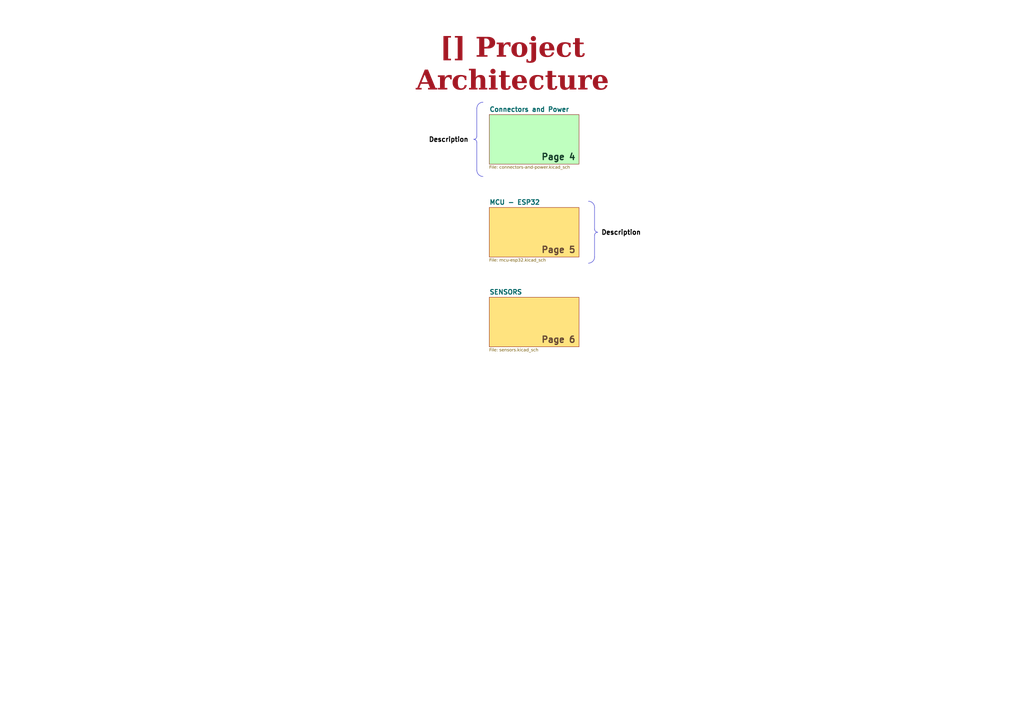
<source format=kicad_sch>
(kicad_sch
	(version 20231120)
	(generator "eeschema")
	(generator_version "8.0")
	(uuid "43756dca-f8f6-4179-bbe2-5af9585c666d")
	(paper "A3")
	(title_block
		(title "Project Architecture")
		(date "Last Modified Date")
		(rev "${REVISION}")
		(company "${COMPANY}")
	)
	(lib_symbols)
	(polyline
		(pts
			(xy 195.58 58.42) (xy 195.58 69.85)
		)
		(stroke
			(width 0)
			(type default)
		)
		(uuid "1e3c70a2-22df-46ef-a52f-0f821498dc0c")
	)
	(polyline
		(pts
			(xy 195.58 55.88) (xy 195.58 44.45)
		)
		(stroke
			(width 0)
			(type default)
		)
		(uuid "41045457-e885-4cf4-93f2-cdba80791e7b")
	)
	(polyline
		(pts
			(xy 243.84 85.09) (xy 243.84 93.98)
		)
		(stroke
			(width 0)
			(type default)
		)
		(uuid "5f799f7d-3b4c-429a-be80-1688600486e9")
	)
	(polyline
		(pts
			(xy 243.84 96.52) (xy 243.84 105.41)
		)
		(stroke
			(width 0)
			(type default)
		)
		(uuid "f890bb63-7be7-434c-9d54-8102b0d37829")
	)
	(arc
		(start 243.86 96.5)
		(mid 244.2349 95.6049)
		(end 245.13 95.23)
		(stroke
			(width 0)
			(type default)
		)
		(fill
			(type none)
		)
		(uuid 055071ba-7216-47dc-af92-e615f4e56e85)
	)
	(arc
		(start 195.58 55.88)
		(mid 195.2051 56.7751)
		(end 194.31 57.15)
		(stroke
			(width 0)
			(type default)
		)
		(fill
			(type none)
		)
		(uuid 463357f7-f9d2-46fa-b0b6-a6251e6ce150)
	)
	(arc
		(start 241.32 82.53)
		(mid 243.1102 83.2798)
		(end 243.86 85.07)
		(stroke
			(width 0)
			(type default)
		)
		(fill
			(type none)
		)
		(uuid 73f6865c-4f24-4b13-a9e7-cf8bfa00ee32)
	)
	(arc
		(start 194.31 57.15)
		(mid 195.2051 57.5249)
		(end 195.58 58.42)
		(stroke
			(width 0)
			(type default)
		)
		(fill
			(type none)
		)
		(uuid a134b516-cfaf-437e-b6e0-fd4fe5086d29)
	)
	(arc
		(start 243.86 105.39)
		(mid 243.1161 107.1861)
		(end 241.32 107.93)
		(stroke
			(width 0)
			(type default)
		)
		(fill
			(type none)
		)
		(uuid a8227c96-ad98-472e-856e-98a46a3c9121)
	)
	(arc
		(start 245.13 95.23)
		(mid 244.2349 94.8551)
		(end 243.86 93.96)
		(stroke
			(width 0)
			(type default)
		)
		(fill
			(type none)
		)
		(uuid cc4cf7fb-4bd9-4be9-81d7-4f1f2d80469e)
	)
	(arc
		(start 195.58 44.45)
		(mid 196.3239 42.6539)
		(end 198.12 41.91)
		(stroke
			(width 0)
			(type default)
		)
		(fill
			(type none)
		)
		(uuid d1fe5f0f-24cb-4f3d-baf1-1b36c0a6f68e)
	)
	(arc
		(start 198.12 72.39)
		(mid 196.3298 71.6402)
		(end 195.58 69.85)
		(stroke
			(width 0)
			(type default)
		)
		(fill
			(type none)
		)
		(uuid d8a608aa-d710-4d73-9273-2b52adac6230)
	)
	(text_box "Description"
		(exclude_from_sim no)
		(at 176.53 54.61 0)
		(size 17.145 5.08)
		(stroke
			(width -0.0001)
			(type default)
		)
		(fill
			(type none)
		)
		(effects
			(font
				(size 1.905 1.905)
				(thickness 0.381)
				(bold yes)
				(color 0 0 0 1)
			)
			(justify right top)
		)
		(uuid "51bc3fdc-86f1-4742-b7d8-53f1faaab343")
	)
	(text_box "[${#}] ${TITLE}"
		(exclude_from_sim no)
		(at 144.78 20.32 0)
		(size 130.81 12.7)
		(stroke
			(width -0.0001)
			(type default)
		)
		(fill
			(type none)
		)
		(effects
			(font
				(face "Times New Roman")
				(size 8 8)
				(thickness 1.2)
				(bold yes)
				(color 162 22 34 1)
			)
		)
		(uuid "7fa5cc40-6c97-487c-9cc7-412504f68533")
	)
	(text_box "Description"
		(exclude_from_sim no)
		(at 245.11 92.71 0)
		(size 26.015 5.1)
		(stroke
			(width -0.0001)
			(type default)
		)
		(fill
			(type none)
		)
		(effects
			(font
				(size 1.905 1.905)
				(thickness 0.381)
				(bold yes)
				(color 0 0 0 1)
			)
			(justify left top)
		)
		(uuid "ea2adac5-d133-46b2-a7ff-14a70e2ad344")
	)
	(text "Page 6"
		(exclude_from_sim no)
		(at 236.22 140.97 0)
		(effects
			(font
				(size 2.54 2.54)
				(bold yes)
				(color 100 70 50 1)
			)
			(justify right bottom)
			(href "#5")
		)
		(uuid "4eaebdee-9358-4b73-8a72-52ce754239bd")
	)
	(text "Page 4"
		(exclude_from_sim no)
		(at 236.22 66.04 0)
		(effects
			(font
				(size 2.54 2.54)
				(bold yes)
				(color 20 60 40 1)
			)
			(justify right bottom)
			(href "#4")
		)
		(uuid "978bb74e-ca07-4b21-b2dc-19b812f717e9")
	)
	(text "Page 5"
		(exclude_from_sim no)
		(at 236.22 104.14 0)
		(effects
			(font
				(size 2.54 2.54)
				(bold yes)
				(color 100 70 50 1)
			)
			(justify right bottom)
			(href "#5")
		)
		(uuid "c54c21a6-b82f-4883-adfa-9cf31abe82f0")
	)
	(sheet
		(at 200.66 46.99)
		(size 36.83 20.32)
		(fields_autoplaced yes)
		(stroke
			(width 0.1524)
			(type solid)
		)
		(fill
			(color 128 255 128 0.5000)
		)
		(uuid "7d5a1283-086b-46b0-8df7-a9850521fb5e")
		(property "Sheetname" "Connectors and Power"
			(at 200.66 45.9609 0)
			(effects
				(font
					(size 1.905 1.905)
					(bold yes)
				)
				(justify left bottom)
			)
		)
		(property "Sheetfile" "connectors-and-power.kicad_sch"
			(at 200.66 67.8946 0)
			(effects
				(font
					(face "Arial")
					(size 1.27 1.27)
				)
				(justify left top)
			)
		)
		(instances
			(project "100008_hw-vern-aqm"
				(path "/0650c7a8-acba-429c-9f8e-eec0baf0bc1c/fede4c36-00cc-4d3d-b71c-5243ba232202"
					(page "4")
				)
			)
		)
	)
	(sheet
		(at 200.66 121.92)
		(size 36.83 20.32)
		(fields_autoplaced yes)
		(stroke
			(width 0.1524)
			(type solid)
		)
		(fill
			(color 255 200 0 0.5020)
		)
		(uuid "b07303a0-99ff-4a36-a427-2598198d9d06")
		(property "Sheetname" "SENSORS"
			(at 200.66 120.8909 0)
			(effects
				(font
					(size 1.905 1.905)
					(bold yes)
				)
				(justify left bottom)
			)
		)
		(property "Sheetfile" "sensors.kicad_sch"
			(at 200.66 142.8246 0)
			(effects
				(font
					(face "Arial")
					(size 1.27 1.27)
				)
				(justify left top)
			)
		)
		(instances
			(project "100008_hw-vern-aqm"
				(path "/0650c7a8-acba-429c-9f8e-eec0baf0bc1c/fede4c36-00cc-4d3d-b71c-5243ba232202"
					(page "6")
				)
			)
		)
	)
	(sheet
		(at 200.66 85.09)
		(size 36.83 20.32)
		(fields_autoplaced yes)
		(stroke
			(width 0.1524)
			(type solid)
		)
		(fill
			(color 255 200 0 0.5020)
		)
		(uuid "e6015f1e-cbce-46f4-85e1-3d5463a17dc1")
		(property "Sheetname" "MCU - ESP32"
			(at 200.66 84.0609 0)
			(effects
				(font
					(size 1.905 1.905)
					(bold yes)
				)
				(justify left bottom)
			)
		)
		(property "Sheetfile" "mcu-esp32.kicad_sch"
			(at 200.66 105.9946 0)
			(effects
				(font
					(face "Arial")
					(size 1.27 1.27)
				)
				(justify left top)
			)
		)
		(instances
			(project "100008_hw-vern-aqm"
				(path "/0650c7a8-acba-429c-9f8e-eec0baf0bc1c/fede4c36-00cc-4d3d-b71c-5243ba232202"
					(page "5")
				)
			)
		)
	)
)

</source>
